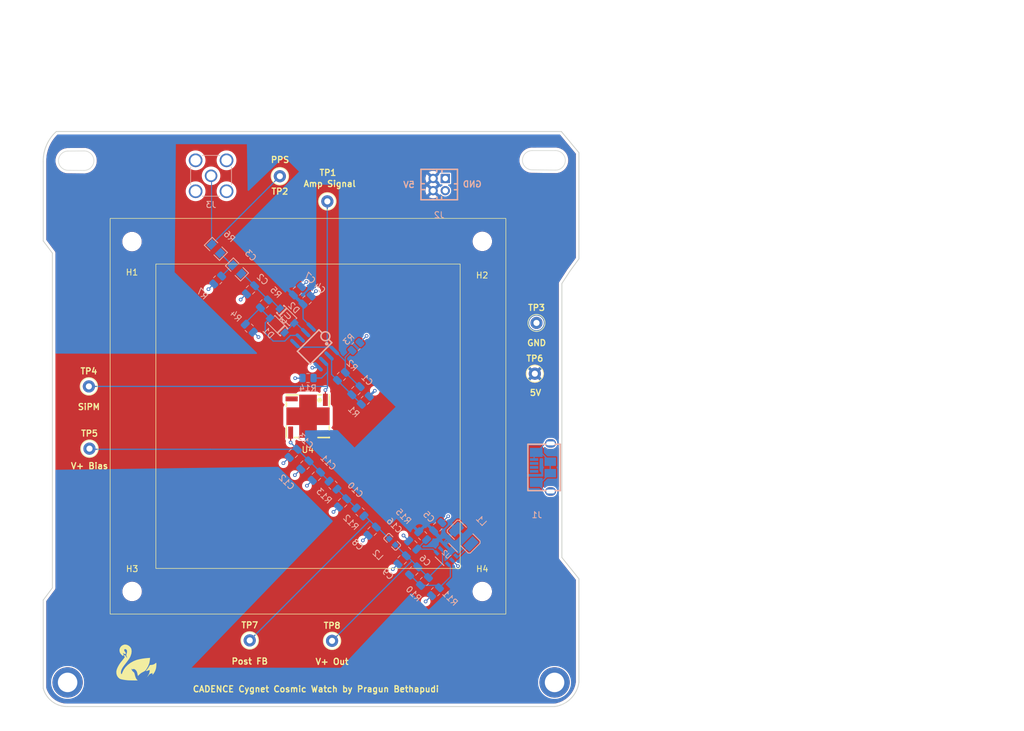
<source format=kicad_pcb>
(kicad_pcb (version 20241229) (generator "pcbnew") (generator_version "9.0")
  (layers (0 "F.Cu" signal) (4 "In1.Cu" signal) (6 "In2.Cu" signal) (2 "B.Cu" signal) (13 "F.Paste" user) (15 "B.Paste" user) (5 "F.SilkS" user "F.Silkscreen") (7 "B.SilkS" user "B.Silkscreen") (1 "F.Mask" user) (3 "B.Mask" user) (25 "Edge.Cuts" user))
  (net 0 "")
  (net 1 "Net-(U3A--)")
  (net 2 "Net-(U3B-+)")
  (net 3 "Net-(D2-K)")
  (net 4 "GND")
  (net 5 "Net-(C3-Pad2)")
  (net 6 "+5V")
  (net 7 "V_Out")
  (net 8 "FB")
  (net 9 "V_Bias")
  (net 10 "Net-(C10-Pad1)")
  (net 11 "Net-(U4-CATHODE)")
  (net 12 "Net-(U2-*SHDN)")
  (net 13 "Net-(D1-A)")
  (net 14 "Net-(D1-K)")
  (net 18 "Post Processed Signal")
  (net 19 "SiPM Signal")
  (net 20 "Net-(U2-SW)")
  (net 22 "SiPM GND")
  (net 23 "Chassis Ground")
  (footprint "TestPoint:TestPoint_Keystone_5000-5004_Miniature" (layer "F.Cu") (at 96.925 104.375)
    (property "Reference" "TP5")
    (property "Value" "V+ Bias")
  )
  (footprint "MountingHole:MountingHole_2.7mm_M2.5" (layer "F.Cu") (at 103.91 70.36)
    (property "Reference" "H1")
    (property "Value" "MountingHole_Pad")
  )
  (footprint "" (layer "F.Cu") (at 173.33 142.78)
    (property "Reference" "")
    (property "Value" "")
  )
  (footprint "MountingHole:MountingHole_2.7mm_M2.5" (layer "F.Cu") (at 161.45 127.84)
    (property "Reference" "H4")
    (property "Value" "MountingHole_Pad")
  )
  (footprint "" (layer "F.Cu") (at 93.33 142.78)
    (property "Reference" "")
    (property "Value" "")
  )
  (footprint "TestPoint:TestPoint_Keystone_5000-5004_Miniature" (layer "F.Cu") (at 128.2 59.62 180)
    (property "Reference" "TP2")
    (property "Value" "PPS")
  )
  (footprint "TestPoint:TestPoint_Keystone_5000-5004_Miniature" (layer "F.Cu") (at 136.775 135.95)
    (property "Reference" "TP8")
    (property "Value" "V+ Out")
  )
  (footprint "SiPM-MicroFC60035:OPTO-SMD_4P-MICROFC-60035-SMT-TR" (layer "F.Cu") (at 132.825 99.05 180)
    (property "Reference" "U4")
    (property "Value" "MICROFC-60035-SMT-TR")
  )
  (footprint "TestPoint:TestPoint_Keystone_5000-5004_Miniature" (layer "F.Cu") (at 170.36 83.72)
    (property "Reference" "TP3")
    (property "Value" "GND")
  )
  (footprint "MountingHole:MountingHole_2.7mm_M2.5" (layer "F.Cu") (at 103.93 127.83)
    (property "Reference" "H3")
    (property "Value" "MountingHole_Pad")
  )
  (footprint "TestPoint:TestPoint_Keystone_5000-5004_Miniature" (layer "F.Cu") (at 123.25 135.875)
    (property "Reference" "TP7")
    (property "Value" "Post FB")
  )
  (footprint "TestPoint:TestPoint_Keystone_5000-5004_Miniature" (layer "F.Cu") (at 136 63.75)
    (property "Reference" "TP1")
    (property "Value" "Amp Signal")
  )
  (footprint "TestPoint:TestPoint_Keystone_5000-5004_Miniature" (layer "F.Cu") (at 170.09 92.06)
    (property "Reference" "TP6")
    (property "Value" "5V")
  )
  (footprint "MountingHole:MountingHole_2.7mm_M2.5" (layer "F.Cu") (at 161.46 70.32)
    (property "Reference" "H2")
    (property "Value" "MountingHole_Pad")
  )
  (footprint "TestPoint:TestPoint_Keystone_5000-5004_Miniature" (layer "F.Cu") (at 96.825 94.15)
    (property "Reference" "TP4")
    (property "Value" "SiPM")
  )
  (footprint "LOGO" (layer "F.Cu") (at 104.61 139.51)
    (property "Reference" "G***" (hide yes))
    (property "Value" "LOGO" (hide yes))
  )
  (footprint "Capacitor_SMD:C_0805_2012Metric" (layer "B.Cu") (at 150.179765 124.459765 -135)
    (property "Reference" "C6")
    (property "Value" "22pF")
  )
  (footprint "lt1807:SOIC-8_L5.0-W4.0-P1.27-LS6.0-BL" (layer "B.Cu") (at 133.915 87.675 -135)
    (property "Reference" "U3")
    (property "Value" "LT1807")
  )
  (footprint "Capacitor_SMD:C_0805_2012Metric" (layer "B.Cu") (at 134.193249 108.916751 -135)
    (property "Reference" "C11")
    (property "Value" "10nF")
  )
  (footprint "OnSemi MBR0540:SOD-123_L2.8-W1.8-LS3.7-RD" (layer "B.Cu") (at 127.775 84.125 135)
    (property "Reference" "D1")
    (property "Value" "~")
  )
  (footprint "Capacitor_SMD:C_0805_2012Metric" (layer "B.Cu") (at 123.378775 78.278775 45)
    (property "Reference" "C2")
    (property "Value" "20nF")
  )
  (footprint "Resistor_SMD:R_0805_2012Metric" (layer "B.Cu") (at 117.984765 76.665235 45)
    (property "Reference" "R7")
    (property "Value" "24.9k")
  )
  (footprint "Resistor_SMD:R_0805_2012Metric" (layer "B.Cu") (at 132.8275 92.775 180)
    (property "Reference" "R14")
    (property "Value" "49.9")
  )
  (footprint "BLM18BD252SN1D:L0603" (layer "B.Cu") (at 146.663039 119.686541 -45)
    (property "Reference" "L2")
    (property "Value" "BLM18BD252SN1D")
  )
  (footprint "Capacitor_SMD:C_0805_2012Metric" (layer "B.Cu") (at 132.323249 107.066751 -135)
    (property "Reference" "C12")
    (property "Value" "10nF")
  )
  (footprint "Resistor_SMD:R_0805_2012Metric" (layer "B.Cu") (at 123.168775 84.578775 135)
    (property "Reference" "R4")
    (property "Value" "100k")
  )
  (footprint "Resistor_SMD:R_0805_2012Metric" (layer "B.Cu") (at 136.933249 110.376751 -45)
    (property "Reference" "R13")
    (property "Value" "49.9")
  )
  (footprint "LQH32CN470K23:L1210" (layer "B.Cu") (at 158.398228 118.828225 135)
    (property "Reference" "L1")
    (property "Value" "47uH")
  )
  (footprint "DF11-4DP-2DSA:CONN-TH_DF11-4DP-2DSA-08" (layer "B.Cu") (at 154.38 60.99)
    (property "Reference" "J2")
    (property "Value" "DF11")
  )
  (footprint "Capacitor_SMD:C_0805_2012Metric" (layer "B.Cu") (at 130.403249 105.146751 -135)
    (property "Reference" "C13")
    (property "Value" "10nF")
  )
  (footprint "Capacitor_SMD:C_0805_2012Metric" (layer "B.Cu") (at 150.033014 120.206516 135)
    (property "Reference" "C16")
    (property "Value" "47nF")
  )
  (footprint "Resistor_SMD:R_0805_2012Metric" (layer "B.Cu") (at 140.698775 87.598775 -135)
    (property "Reference" "R3")
    (property "Value" "10k")
  )
  (footprint "Resistor_SMD:R_0805_2012Metric" (layer "B.Cu") (at 142.23 96.43 45)
    (property "Reference" "R1")
    (property "Value" "249")
  )
  (footprint "Capacitor_SMD:C_0805_2012Metric" (layer "B.Cu") (at 131.088249 78.461751 45)
    (property "Reference" "C7")
    (property "Value" "0.1uF")
  )
  (footprint "Resistor_SMD:R_0805_2012Metric" (layer "B.Cu") (at 153.762779 127.876751 -135)
    (property "Reference" "R11")
    (property "Value" "10k")
  )
  (footprint "LOGO" (layer "B.Cu") (at 159.654533 138.50088 180)
    (property "Reference" "G***" (hide yes))
    (property "Value" "LOGO" (hide yes))
  )
  (footprint "Capacitor_SMD:C_0805_2012Metric" (layer "B.Cu") (at 148.283014 122.656516 -135)
    (property "Reference" "C9")
    (property "Value" "0.47uF")
  )
  (footprint "MOLEX MicroUSB:MICRO-USB-SMD_5P-P0.65-H-F_105164-0001" (layer "B.Cu") (at 171.32 107.46 180)
    (property "Reference" "J1")
    (property "Value" "USB_B_Micro")
  )
  (footprint "Capacitor_SMD:C_0805_2012Metric" (layer "B.Cu") (at 143.358014 117.931516 -135)
    (property "Reference" "C8")
    (property "Value" "1uF")
  )
  (footprint "OnSemi MBR0540:SOD-123_L2.8-W1.8-LS3.7-RD" (layer "B.Cu") (at 129.368775 82.548775 -45)
    (property "Reference" "D2")
    (property "Value" "~")
  )
  (footprint "Capacitor_SMD:C_0805_2012Metric" (layer "B.Cu") (at 154.136263 117.203267 45)
    (property "Reference" "C5")
    (property "Value" "1uF")
  )
  (footprint "Resistor_SMD:R_0805_2012Metric" (layer "B.Cu") (at 138.30354 92.49401 45)
    (property "Reference" "R2")
    (property "Value" "10k")
  )
  (footprint "Capacitor_SMD:C_0805_2012Metric" (layer "B.Cu") (at 138.501498 113.278502 -135)
    (property "Reference" "C10")
    (property "Value" "10nF")
  )
  (footprint "RC0805JR-070RL:R0805" (layer "B.Cu") (at 117.688 71.552 135)
    (property "Reference" "R6")
    (property "Value" "0")
  )
  (footprint "LT3461:TSOT-23_S6_LIT" (layer "B.Cu") (at 155.55031 121.755307 135)
    (property "Reference" "U2")
    (property "Value" "LT3461ES6-TRPBF")
  )
  (footprint "Connector_Coaxial:SMA_Amphenol_901-144_Vertical" (layer "B.Cu") (at 116.9 59.55)
    (property "Reference" "J3")
    (property "Value" "Conn_Coaxial")
  )
  (footprint "Resistor_SMD:R_0805_2012Metric" (layer "B.Cu") (at 141.371498 114.778502 -45)
    (property "Reference" "R12")
    (property "Value" "49.9")
  )
  (footprint "RC0805JR-070RL:R0805" (layer "B.Cu") (at 121.158775 74.928775 135)
    (property "Reference" "C3")
    (property "Value" "0")
  )
  (footprint "Resistor_SMD:R_0805_2012Metric" (layer "B.Cu") (at 151.953249 126.186281 -135)
    (property "Reference" "R10")
    (property "Value" "226k")
  )
  (footprint "Capacitor_SMD:C_0805_2012Metric" (layer "B.Cu") (at 140.698775 94.848775 45)
    (property "Reference" "C1")
    (property "Value" "10pF")
  )
  (footprint "Resistor_SMD:R_0805_2012Metric" (layer "B.Cu") (at 151.658014 118.681516 135)
    (property "Reference" "R15")
    (property "Value" "47k")
  )
  (footprint "Capacitor_SMD:C_0805_2012Metric" (layer "B.Cu") (at 132.666498 79.958502 45)
    (property "Reference" "C4")
    (property "Value" "10uF")
  )
  (footprint "Resistor_SMD:R_0805_2012Metric" (layer "B.Cu") (at 125.648775 80.588775 45)
    (property "Reference" "R5")
    (property "Value" "100k")
  )
  (gr_rect (start 107.825 74.05) (end 157.825 124.05) (stroke (width 0.1)) (fill no) (layer "F.SilkS"))
  (gr_rect (start 100.325 66.55) (end 165.325 131.55) (stroke (width 0.1)) (fill no) (layer "F.SilkS"))
  (gr_line (start 93.329739 55.490806) (end 96.029962 55.465022) (stroke (width 0.1)) (layer "Edge.Cuts"))
  (gr_line (start 174.53 122.25) (end 174.53 77.25) (stroke (width 0.15)) (layer "Edge.Cuts"))
  (gr_arc (start 96.029962 55.465022) (mid 97.629958 57.065022) (end 96.029962 58.665022) (stroke (width 0.1)) (layer "Edge.Cuts"))
  (gr_arc (start 173.479962 55.415022) (mid 175.079958 57.015022) (end 173.479962 58.615022) (stroke (width 0.1)) (layer "Edge.Cuts"))
  (gr_arc (start 93.279764 58.640013) (mid 91.835554 57.042095) (end 93.329739 55.490806) (stroke (width 0.1)) (layer "Edge.Cuts"))
  (gr_line (start 89.33 129.25) (end 89.33 143.75) (stroke (width 0.15)) (layer "Edge.Cuts"))
  (gr_line (start 177.33 125.75) (end 174.53 122.25) (stroke (width 0.15)) (layer "Edge.Cuts"))
  (gr_arc (start 89.33 57.25) (mid 89.864893 54.520086) (end 91.49352 52.264845) (stroke (width 0.15)) (layer "Edge.Cuts"))
  (gr_line (start 175.83 75.25) (end 177.33 73.194322) (stroke (width 0.15)) (layer "Edge.Cuts"))
  (gr_arc (start 93.33 146.75) (mid 90.817625 145.933181) (end 89.33 143.75) (stroke (width 0.15)) (layer "Edge.Cuts"))
  (gr_line (start 177.33 73.194322) (end 177.33 55.75) (stroke (width 0.15)) (layer "Edge.Cuts"))
  (gr_line (start 173.479962 55.415022) (end 169.679937 55.415815) (stroke (width 0.1)) (layer "Edge.Cuts"))
  (gr_arc (start 177.33 142.75) (mid 176.006406 145.426406) (end 173.33 146.75) (stroke (width 0.15)) (layer "Edge.Cuts"))
  (gr_line (start 90.83 72.25) (end 89.33 70.25) (stroke (width 0.15)) (layer "Edge.Cuts"))
  (gr_line (start 89.33 129.25) (end 90.83 127.25) (stroke (width 0.15)) (layer "Edge.Cuts"))
  (gr_line (start 173.33 146.75) (end 93.33 146.75) (stroke (width 0.15)) (layer "Edge.Cuts"))
  (gr_line (start 91.49352 52.264845) (end 174.428162 52.264845) (stroke (width 0.15)) (layer "Edge.Cuts"))
  (gr_line (start 169.629962 58.565022) (end 173.479962 58.615022) (stroke (width 0.1)) (layer "Edge.Cuts"))
  (gr_line (start 177.33 142.749996) (end 177.33 125.75) (stroke (width 0.15)) (layer "Edge.Cuts"))
  (gr_line (start 174.53 77.25) (end 175.83 75.25) (stroke (width 0.15)) (layer "Edge.Cuts"))
  (gr_line (start 93.279764 58.640013) (end 96.029962 58.665022) (stroke (width 0.1)) (layer "Edge.Cuts"))
  (gr_arc (start 169.629962 58.565022) (mid 168.055156 56.965031) (end 169.679937 55.415815) (stroke (width 0.1)) (layer "Edge.Cuts"))
  (gr_line (start 89.33 57.25) (end 89.33 70.25) (stroke (width 0.15)) (layer "Edge.Cuts"))
  (gr_line (start 90.83 127.25) (end 90.83 72.25) (stroke (width 0.15)) (layer "Edge.Cuts"))
  (gr_line (start 174.436897 52.264845) (end 177.33 55.75) (stroke (width 0.15)) (layer "Edge.Cuts"))
  (gr_text "PPS" (at 128.23 56.92 0) (layer "F.SilkS") (effects (font (size 1 1) (thickness 0.2) (bold yes))))
  (gr_text "CADENCE Cygnet Cosmic Watch by Pragun Bethapudi" (at 113.8 144.46 0) (layer "F.SilkS") (effects (font (size 1 1) (thickness 0.2) (bold yes)) (justify left bottom)))
  (gr_text "Amp Signal" (at 132 61.45 0) (layer "F.SilkS") (effects (font (size 1 1) (thickness 0.2) (bold yes)) (justify left bottom)))
  (gr_text "5V" (at 170.2 95.19 0) (layer "F.SilkS") (effects (font (size 1 1) (thickness 0.2) (bold yes))))
  (gr_text "GND" (at 161.46 61.52 0) (layer "B.SilkS") (effects (font (size 1 1) (thickness 0.2) (bold yes)) (justify left bottom mirror)))
  (gr_text "5V" (at 150.44 61.6 0) (layer "B.SilkS") (effects (font (size 1 1) (thickness 0.2) (bold yes)) (justify left bottom mirror)))
  (segment (start 136.698775 92.179715) (end 136.698775 89.56782) (width 0.2) (layer "B.Cu") (net 1))
  (segment (start 140.030056 95.520526) (end 140.027024 95.520526) (width 0.2) (layer "B.Cu") (net 1))
  (segment (start 137.658305 93.139245) (end 136.698775 92.179715) (width 0.2) (layer "B.Cu") (net 1))
  (segment (start 141.584765 97.075235) (end 140.030056 95.520526) (width 0.2) (layer "B.Cu") (net 1))
  (segment (start 137.658305 93.151807) (end 137.658305 93.139245) (width 0.2) (layer "B.Cu") (net 1))
  (segment (start 136.698775 89.56782) (end 136.276737 89.145782) (width 0.2) (layer "B.Cu") (net 1))
  (segment (start 140.027024 95.520526) (end 137.658305 93.151807) (width 0.2) (layer "B.Cu") (net 1))
  (segment (start 131.252994 87.7) (end 130.655238 87.102244) (width 0.2) (layer "B.Cu") (net 2))
  (segment (start 135.99 63.76) (end 136 63.75) (width 0.2) (layer "B.Cu") (net 2))
  (segment (start 137.181833 88.240685) (end 136.641148 87.7) (width 0.2) (layer "B.Cu") (net 2))
  (segment (start 138.948775 90.007627) (end 138.948775 91.848775) (width 0.2) (layer "B.Cu") (net 2))
  (segment (start 141.277024 94.177024) (end 141.370526 94.177024) (width 0.2) (layer "B.Cu") (net 2))
  (segment (start 137.181833 88.240685) (end 135.99 87.048852) (width 0.2) (layer "B.Cu") (net 2))
  (segment (start 136.641148 87.7) (end 131.252994 87.7) (width 0.2) (layer "B.Cu") (net 2))
  (segment (start 137.181833 88.240685) (end 138.948775 90.007627) (width 0.2) (layer "B.Cu") (net 2))
  (segment (start 138.948775 91.848775) (end 141.277024 94.177024) (width 0.2) (layer "B.Cu") (net 2))
  (segment (start 135.99 87.048852) (end 135.99 63.76) (width 0.2) (layer "B.Cu") (net 2))
  (segment (start 138.948775 89.348775) (end 140.05354 88.24401) (width 0.2) (layer "B.Cu") (net 2))
  (segment (start 138.948775 90.007627) (end 138.948775 89.348775) (width 0.2) (layer "B.Cu") (net 2))
  (segment (start 126.29401 79.94354) (end 124.050526 77.700056) (width 0.2) (layer "B.Cu") (net 3))
  (segment (start 124.050526 77.607024) (end 122.079384 75.635882) (width 0.2) (layer "B.Cu") (net 3))
  (segment (start 128.173765 81.353765) (end 126.76354 79.94354) (width 0.2) (layer "B.Cu") (net 3))
  (segment (start 126.76354 79.94354) (end 126.29401 79.94354) (width 0.2) (layer "B.Cu") (net 3))
  (segment (start 124.050526 77.700056) (end 124.050526 77.607024) (width 0.2) (layer "B.Cu") (net 3))
  (via (at 130.665 108.725) (size 0.6) (drill 0.3) (layers "F.Cu" "B.Cu") (net 4))
  (via (at 121.758775 79.888775) (size 0.6) (drill 0.3) (layers "F.Cu" "B.Cu") (net 4))
  (via (at 148.512779 118.636281) (size 0.6) (drill 0.3) (layers "F.Cu" "B.Cu") (net 4))
  (via (at 132.65 110.46) (size 0.6) (drill 0.3) (layers "F.Cu" "B.Cu") (net 4))
  (via (at 143.8 94.86) (size 0.6) (drill 0.3) (layers "F.Cu" "B.Cu") (net 4))
  (via (at 128.78 106.76) (size 0.6) (drill 0.3) (layers "F.Cu" "B.Cu") (net 4))
  (via (at 157.47 123.67) (size 0.6) (drill 0.3) (layers "F.Cu" "B.Cu") (net 4))
  (via (at 142.448775 85.848775) (size 0.6) (drill 0.3) (layers "F.Cu" "B.Cu") (net 4))
  (via (at 134.13 78.49) (size 0.6) (drill 0.3) (layers "F.Cu" "B.Cu") (net 4))
  (via (at 116.47 78.18) (size 0.6) (drill 0.3) (layers "F.Cu" "B.Cu") (net 4))
  (via (at 141.833014 119.456516) (size 0.6) (drill 0.3) (layers "F.Cu" "B.Cu") (net 4))
  (via (at 124.688775 86.038775) (size 0.6) (drill 0.3) (layers "F.Cu" "B.Cu") (net 4))
  (via (at 155.86 115.48) (size 0.6) (drill 0.3) (layers "F.Cu" "B.Cu") (net 4))
  (via (at 152.15 129.48) (size 0.6) (drill 0.3) (layers "F.Cu" "B.Cu") (net 4))
  (via (at 146.759765 124.179765) (size 0.6) (drill 0.3) (layers "F.Cu" "B.Cu") (net 4))
  (via (at 132.56 76.99) (size 0.6) (drill 0.3) (layers "F.Cu" "B.Cu") (net 4))
  (via (at 130.715 92.8) (size 0.6) (drill 0.3) (layers "F.Cu" "B.Cu") (net 4))
  (via (at 133.54 91.075) (size 0.6) (drill 0.3) (layers "F.Cu" "B.Cu") (net 4))
  (via (at 137.01 114.77) (size 0.6) (drill 0.3) (layers "F.Cu" "B.Cu") (net 4))
  (segment (start 171.81 111.41) (end 170.32 109.92) (width 0.2) (layer "B.Cu") (net 4))
  (segment (start 122.707024 78.950526) (end 122.697024 78.950526) (width 0.2) (layer "B.Cu") (net 4))
  (segment (start 129.731498 105.818502) (end 129.721498 105.818502) (width 0.2) (layer "B.Cu") (net 4))
  (segment (start 156.484764 122.684764) (end 157.47 123.67) (width 0.2) (layer "B.Cu") (net 4))
  (segment (start 131.651498 107.738502) (end 130.665 108.725) (width 0.2) (layer "B.Cu") (net 4))
  (segment (start 133.521498 109.588502) (end 133.511498 109.588502) (width 0.2) (layer "B.Cu") (net 4))
  (segment (start 137.829747 113.950253) (end 137.01 114.77) (width 0.2) (layer "B.Cu") (net 4))
  (segment (start 154.808014 116.531516) (end 154.814512 116.531516) (width 0.2) (layer "B.Cu") (net 4))
  (segment (start 154.808014 116.531516) (end 154.808484 116.531516) (width 0.2) (layer "B.Cu") (net 4))
  (segment (start 156.479767 122.684764) (end 156.486262 122.684764) (width 0.2) (layer "B.Cu") (net 4))
  (segment (start 129.721498 105.818502) (end 128.78 106.76) (width 0.2) (layer "B.Cu") (net 4))
  (segment (start 169.97 106.16) (end 169.97 105.35) (width 0.2) (layer "B.Cu") (net 4))
  (segment (start 148.512779 118.636281) (end 149.361263 119.484765) (width 0.2) (layer "B.Cu") (net 4))
  (segment (start 133.521498 109.588502) (end 132.65 110.46) (width 0.2) (layer "B.Cu") (net 4))
  (segment (start 172.62 108.4) (end 171.1 109.92) (width 0.2) (layer "B.Cu") (net 4))
  (segment (start 133.338249 79.281751) (end 134.13 78.49) (width 0.2) (layer "B.Cu") (net 4))
  (segment (start 149.361263 119.484765) (end 149.361263 119.534765) (width 0.2) (layer "B.Cu") (net 4))
  (segment (start 172.67 103.51) (end 171.81 103.51) (width 0.2) (layer "B.Cu") (net 4))
  (segment (start 131.89 92.8) (end 131.915 92.775) (width 0.2) (layer "B.Cu") (net 4))
  (segment (start 171.81 103.51) (end 170.32 105) (width 0.2) (layer "B.Cu") (net 4))
  (segment (start 169.97 105.35) (end 170.32 105) (width 0.2) (layer "B.Cu") (net 4))
  (segment (start 172.67 111.41) (end 171.81 111.41) (width 0.2) (layer "B.Cu") (net 4))
  (segment (start 147.611263 123.328267) (end 146.759765 124.179765) (width 0.2) (layer "B.Cu") (net 4))
  (segment (start 171.1 109.92) (end 170.32 109.92) (width 0.2) (layer "B.Cu") (net 4))
  (segment (start 134.347518 91.075) (end 134.487756 90.934762) (width 0.2) (layer "B.Cu") (net 4))
  (segment (start 123.81401 85.22401) (end 123.87401 85.22401) (width 0.2) (layer "B.Cu") (net 4))
  (segment (start 154.808484 116.531516) (end 155.86 115.48) (width 0.2) (layer "B.Cu") (net 4))
  (segment (start 130.715 92.8) (end 131.89 92.8) (width 0.2) (layer "B.Cu") (net 4))
  (segment (start 123.87401 85.22401) (end 124.688775 86.038775) (width 0.2) (layer "B.Cu") (net 4))
  (segment (start 133.338249 79.286751) (end 133.338249 79.281751) (width 0.2) (layer "B.Cu") (net 4))
  (segment (start 172.62 106.52) (end 172.62 108.4) (width 0.2) (layer "B.Cu") (net 4))
  (segment (start 142.875235 95.784765) (end 143.8 94.86) (width 0.4) (layer "B.Cu") (net 4))
  (segment (start 132.028249 77.778249) (end 131.946751 77.778249) (width 0.2) (layer "B.Cu") (net 4))
  (segment (start 156.479767 122.684764) (end 156.484764 122.684764) (width 0.2) (layer "B.Cu") (net 4))
  (segment (start 153.108014 128.521986) (end 152.15 129.48) (width 0.2) (layer "B.Cu") (net 4))
  (segment (start 172.62 106.52) (end 171.1 105) (width 0.2) (layer "B.Cu") (net 4))
  (segment (start 117.33953 77.31047) (end 116.47 78.18) (width 0.2) (layer "B.Cu") (net 4))
  (segment (start 171.1 105) (end 170.32 105) (width 0.2) (layer "B.Cu") (net 4))
  (segment (start 122.697024 78.950526) (end 121.758775 79.888775) (width 0.2) (layer "B.Cu") (net 4))
  (segment (start 141.34401 86.95354) (end 142.448775 85.848775) (width 0.2) (layer "B.Cu") (net 4))
  (segment (start 142.686263 118.603267) (end 141.833014 119.456516) (width 0.2) (layer "B.Cu") (net 4))
  (segment (start 133.54 91.075) (end 134.347518 91.075) (width 0.2) (layer "B.Cu") (net 4))
  (segment (start 131.76 77.79) (end 132.56 76.99) (width 0.2) (layer "B.Cu") (net 4))
  (segment (start 130.665 108.725) (end 130.66 108.73) (width 0.2) (layer "B.Cu") (net 4))
  (segment (start 146.759765 124.179765) (end 146.758014 124.181516) (width 0.2) (layer "B.Cu") (net 4))
  (segment (start 153.117544 128.521986) (end 153.108014 128.521986) (width 0.2) (layer "B.Cu") (net 4))
  (segment (start 118.395107 72.259107) (end 120.357668 74.221668) (width 0.2) (layer "B.Cu") (net 5))
  (segment (start 120.357668 74.221668) (end 120.451668 74.221668) (width 0.2) (layer "B.Cu") (net 5))
  (segment (start 120.451668 74.221668) (end 118.653336 76.02) (width 0.2) (layer "B.Cu") (net 5))
  (segment (start 118.653336 76.02) (end 118.63 76.02) (width 0.2) (layer "B.Cu") (net 5))
  (segment (start 155.292606 119.529683) (end 155.292606 120.154098) (width 0.2) (layer "B.Cu") (net 6))
  (segment (start 133.349315 84.384315) (end 133.349315 84.408167) (width 0.2) (layer "B.Cu") (net 6))
  (segment (start 151.012779 118.036281) (end 150.183014 117.206516) (width 0.2) (layer "B.Cu") (net 6))
  (segment (start 132.015 80.650506) (end 131.994747 80.630253) (width 0.2) (layer "B.Cu") (net 6))
  (segment (start 157.196146 117.626143) (end 155.292606 119.529683) (width 0.2) (layer "B.Cu") (net 6))
  (segment (start 130.603249 79.121751) (end 130.603249 79.126751) (width 0.2) (layer "B.Cu") (net 6))
  (segment (start 153.464512 118.326004) (end 153.464512 117.875018) (width 0.2) (layer "B.Cu") (net 6))
  (segment (start 155.292603 120.154098) (end 155.292606 120.154098) (width 0.2) (layer "B.Cu") (net 6))
  (segment (start 131.994747 80.630253) (end 130.497996 79.133502) (width 0.2) (layer "B.Cu") (net 6))
  (segment (start 130.603249 79.121751) (end 130.598249 79.121751) (width 0.2) (layer "B.Cu") (net 6))
  (segment (start 130.684747 79.121751) (end 130.603249 79.121751) (width 0.2) (layer "B.Cu") (net 6))
  (segment (start 155.292606 120.154098) (end 153.464512 118.326004) (width 0.2) (layer "B.Cu") (net 6))
  (segment (start 132.015 83.05) (end 133.349315 84.384315) (width 0.2) (layer "B.Cu") (net 6))
  (segment (start 132.015 83.05) (end 132.015 80.650506) (width 0.2) (layer "B.Cu") (net 6))
  (segment (start 130.497996 79.133502) (end 130.416498 79.133502) (width 0.2) (layer "B.Cu") (net 6))
  (segment (start 154.930672 123.208858) (end 152.598484 125.541046) (width 0.2) (layer "B.Cu") (net 7))
  (segment (start 149.944251 122.880749) (end 149.048267 121.984765) (width 0.2) (layer "B.Cu") (net 7))
  (segment (start 136.775 135.95) (end 149.844251 122.880749) (width 0.2) (layer "B.Cu") (net 7))
  (segment (start 149.844251 122.880749) (end 149.944251 122.880749) (width 0.2) (layer "B.Cu") (net 7))
  (segment (start 150.851516 123.788014) (end 149.944251 122.880749) (width 0.2) (layer "B.Cu") (net 7))
  (segment (start 149.048267 121.984765) (end 148.954765 121.984765) (width 0.2) (layer "B.Cu") (net 7))
  (segment (start 154.620853 120.82585) (end 154.930672 121.135669) (width 0.2) (layer "B.Cu") (net 7))
  (segment (start 148.954765 121.984765) (end 148.954765 121.978267) (width 0.2) (layer "B.Cu") (net 7))
  (segment (start 150.851516 123.788014) (end 152.598484 125.534982) (width 0.2) (layer "B.Cu") (net 7))
  (segment (start 148.954765 121.978267) (end 147.974101 120.997603) (width 0.2) (layer "B.Cu") (net 7))
  (segment (start 147.974101 120.997603) (end 147.158014 120.181516) (width 0.2) (layer "B.Cu") (net 7))
  (segment (start 154.930672 121.135669) (end 154.930672 123.208858) (width 0.2) (layer "B.Cu") (net 7))
  (segment (start 155.808014 123.356516) (end 156.208014 123.756516) (width 0.2) (layer "B.Cu") (net 8))
  (segment (start 156.208014 123.756516) (end 156.208014 125.431516) (width 0.2) (layer "B.Cu") (net 8))
  (segment (start 151.308014 126.831516) (end 149.608014 125.131516) (width 0.2) (layer "B.Cu") (net 8))
  (segment (start 156.208014 125.431516) (end 154.408014 127.231516) (width 0.2) (layer "B.Cu") (net 8))
  (segment (start 151.308014 126.831516) (end 154.008014 126.831516) (width 0.2) (layer "B.Cu") (net 8))
  (segment (start 142.193737 115.423737) (end 142.016733 115.423737) (width 0.2) (layer "B.Cu") (net 9))
  (segment (start 142.9725 116.2025) (end 142.193737 115.423737) (width 0.2) (layer "B.Cu") (net 9))
  (segment (start 144.236263 117.259765) (end 144.029765 117.259765) (width 0.2) (layer "B.Cu") (net 9))
  (segment (start 144.029765 117.259765) (end 144.029765 117.253267) (width 0.2) (layer "B.Cu") (net 9))
  (segment (start 144.029765 117.259765) (end 142.9725 116.2025) (width 0.2) (layer "B.Cu") (net 9))
  (segment (start 123.25 135.875) (end 142.9225 116.2025) (width 0.2) (layer "B.Cu") (net 9))
  (segment (start 146.168064 119.191566) (end 144.236263 117.259765) (width 0.2) (layer "B.Cu") (net 9))
  (segment (start 142.9225 116.2025) (end 142.9725 116.2025) (width 0.2) (layer "B.Cu") (net 9))
  (segment (start 139.173249 112.606751) (end 137.588484 111.021986) (width 0.2) (layer "B.Cu") (net 10))
  (segment (start 139.199747 112.606751) (end 139.173249 112.606751) (width 0.2) (layer "B.Cu") (net 10))
  (segment (start 137.588484 111.021986) (end 137.578484 111.021986) (width 0.2) (layer "B.Cu") (net 10))
  (segment (start 140.726263 114.133267) (end 139.199747 112.606751) (width 0.2) (layer "B.Cu") (net 10))
  (segment (start 129.965 101.75) (end 129.975 101.74) (width 0.2) (layer "F.Cu") (net 11))
  (segment (start 129.965 103.365) (end 129.965 101.75) (width 0.2) (layer "F.Cu") (net 11))
  (via (at 129.965 103.365) (size 0.6) (drill 0.3) (layers "F.Cu" "B.Cu") (net 11))
  (segment (start 131.075 104.475) (end 131.075 104.473502) (width 0.2) (layer "B.Cu") (net 11))
  (segment (start 132.995 106.395) (end 131.075 104.475) (width 0.2) (layer "B.Cu") (net 11))
  (segment (start 134.865 108.245) (end 133.015 106.395) (width 0.2) (layer "B.Cu") (net 11))
  (segment (start 116.75 104.475) (end 97.025 104.475) (width 0.2) (layer "B.Cu") (net 11))
  (segment (start 131.075 104.475) (end 116.75 104.475) (width 0.2) (layer "B.Cu") (net 11))
  (segment (start 134.865 108.308502) (end 134.865 108.245) (width 0.2) (layer "B.Cu") (net 11))
  (segment (start 131.075 104.475) (end 129.965 103.365) (width 0.2) (layer "B.Cu") (net 11))
  (segment (start 97.025 104.475) (end 96.925 104.375) (width 0.2) (layer "B.Cu") (net 11))
  (segment (start 136.288014 109.731516) (end 134.865 108.308502) (width 0.2) (layer "B.Cu") (net 11))
  (segment (start 133.015 106.395) (end 132.995 106.395) (width 0.2) (layer "B.Cu") (net 11))
  (segment (start 152.256281 119.326751) (end 152.303249 119.326751) (width 0.2) (layer "B.Cu") (net 12))
  (segment (start 153.949101 121.497603) (end 153.329765 120.878267) (width 0.2) (layer "B.Cu") (net 12))
  (segment (start 150.704765 120.878267) (end 151.504765 120.078267) (width 0.2) (layer "B.Cu") (net 12))
  (segment (start 153.329765 120.878267) (end 150.704765 120.878267) (width 0.2) (layer "B.Cu") (net 12))
  (segment (start 151.504765 120.078267) (end 152.256281 119.326751) (width 0.2) (layer "B.Cu") (net 12))
  (segment (start 127.1 86.7) (end 125.8 85.4) (width 0.2) (layer "B.Cu") (net 13))
  (segment (start 131.124045 85.775) (end 129.94 85.775) (width 0.2) (layer "B.Cu") (net 13))
  (segment (start 125.00354 81.35354) (end 125.00354 81.23401) (width 0.2) (layer "B.Cu") (net 13))
  (segment (start 125.8 83.70998) (end 126.57999 82.92999) (width 0.2) (layer "B.Cu") (net 13))
  (segment (start 122.52354 83.71401) (end 122.52354 83.93354) (width 0.2) (layer "B.Cu") (net 13))
  (segment (start 131.553263 86.204218) (end 131.124045 85.775) (width 0.2) (layer "B.Cu") (net 13))
  (segment (start 129.94 85.775) (end 129.015 86.7) (width 0.2) (layer "B.Cu") (net 13))
  (segment (start 129.015 86.7) (end 127.1 86.7) (width 0.2) (layer "B.Cu") (net 13))
  (segment (start 126.57999 82.92999) (end 125.00354 81.35354) (width 0.2) (layer "B.Cu") (net 13))
  (segment (start 125.00354 81.23401) (end 122.52354 83.71401) (width 0.2) (layer "B.Cu") (net 13))
  (segment (start 125.8 85.4) (end 125.8 83.70998) (width 0.2) (layer "B.Cu") (net 13))
  (segment (start 130.858785 83.743785) (end 132.428263 85.313263) (width 0.2) (layer "B.Cu") (net 14))
  (segment (start 130.563785 83.743785) (end 130.858785 83.743785) (width 0.2) (layer "B.Cu") (net 14))
  (segment (start 128.97001 85.32001) (end 130.546235 83.743785) (width 0.2) (layer "B.Cu") (net 14))
  (segment (start 130.563785 83.743785) (end 130.563785 83.773785) (width 0.2) (layer "B.Cu") (net 14))
  (segment (start 132.428263 85.313263) (end 132.444218 85.313263) (width 0.2) (layer "B.Cu") (net 14))
  (segment (start 130.546235 83.743785) (end 130.563785 83.743785) (width 0.2) (layer "B.Cu") (net 14))
  (segment (start 116.980893 70.844893) (end 128.2 59.625786) (width 0.2) (layer "B.Cu") (net 18))
  (segment (start 116.980893 59.630893) (end 116.9 59.55) (width 0.2) (layer "B.Cu") (net 18))
  (segment (start 116.980893 70.844893) (end 116.980893 59.630893) (width 0.1565) (layer "B.Cu") (net 18))
  (segment (start 128.2 59.625786) (end 128.2 59.62) (width 0.2) (layer "B.Cu") (net 18))
  (segment (start 135.681658 94.746658) (end 135.681658 96.353342) (width 0.2) (layer "F.Cu") (net 19))
  (segment (start 135.681658 96.353342) (end 135.675 96.36) (width 0.2) (layer "F.Cu") (net 19))
  (via (at 135.681658 94.746658) (size 0.6) (drill 0.3) (layers "F.Cu" "B.Cu") (net 19))
  (segment (start 136.028775 94.1) (end 135.978775 94.15) (width 0.2) (layer "B.Cu") (net 19))
  (segment (start 135.053775 92.775) (end 136.028775 91.8) (width 0.2) (layer "B.Cu") (net 19))
  (segment (start 136.028775 94.1) (end 136.028775 94.399541) (width 0.2) (layer "B.Cu") (net 19))
  (segment (start 135.385782 90.036737) (end 136.028775 90.67973) (width 0.2) (layer "B.Cu") (net 19))
  (segment (start 133.74 92.775) (end 135.053775 92.775) (width 0.2) (layer "B.Cu") (net 19))
  (segment (start 136.028775 90.67973) (end 136.028775 91.8) (width 0.2) (layer "B.Cu") (net 19))
  (segment (start 135.978775 94.15) (end 96.825 94.15) (width 0.2) (layer "B.Cu") (net 19))
  (segment (start 136.028775 91.598775) (end 136.028775 91.8) (width 0.2) (layer "B.Cu") (net 19))
  (segment (start 136.028775 94.399541) (end 135.681658 94.746658) (width 0.2) (layer "B.Cu") (net 19))
  (segment (start 136.028775 91.8) (end 136.028775 94.1) (width 0.2) (layer "B.Cu") (net 19))
  (segment (start 157.617606 122.013011) (end 157.151519 122.013011) (width 0.2) (layer "B.Cu") (net 20))
  (segment (start 159.60031 120.030307) (end 157.617606 122.013011) (width 0.2) (layer "B.Cu") (net 20))
  (zone (net 22) (net_name "SiPM GND") (layer "F.Cu") (priority 3) (connect_pads (clearance 0.5)) (min_thickness 0.25) (fill yes (thermal_gap 0.5) (thermal_bridge_width 0.5))
    (polygon (pts (xy 86.58 50.96) (xy 179.91 50.61) (xy 180.14 148.68) (xy 86.46 147.87)))
  )
  (zone (net 0) (net_name "") (layer "B.Cu") (name "GND") (connect_pads (clearance 0)) (min_thickness 0.25)
    (keepout (tracks allowed) (vias allowed) (pads allowed) (copperpour not_allowed) (footprints allowed))
    (fill (thermal_gap 0.5) (thermal_bridge_width 0.5))
    (polygon (pts (xy 169.1 103.84) (xy 170.88 103.85) (xy 170.85 108.41) (xy 168.96 108.36)))
  )
  (zone (net 0) (net_name "") (layer "B.Cu") (name "GND") (connect_pads (clearance 0)) (min_thickness 0.25)
    (keepout (tracks allowed) (vias allowed) (pads allowed) (copperpour not_allowed) (footprints allowed))
    (fill (thermal_gap 0.5) (thermal_bridge_width 0.5))
    (polygon (pts (xy 156.204523 127.424248) (xy 150.906545 122.185797) (xy 147.322959 125.682449) (xy 152.641885 130.822753)))
  )
  (zone (net 0) (net_name "") (layer "B.Cu") (name "GND") (connect_pads (clearance 0)) (min_thickness 0.25)
    (keepout (tracks allowed) (vias allowed) (pads allowed) (copperpour not_allowed) (footprints allowed))
    (fill (thermal_gap 0.5) (thermal_bridge_width 0.5))
    (polygon (pts (xy 136.31 87.71) (xy 136.69 87.35) (xy 133.77 84.54) (xy 133.21 85.17) (xy 133.55 85.53) (xy 133.2 86.6) (xy 135.42 86.84) (xy 136.31 87.7) (xy 136.33 87.71)))
  )
  (zone (net 0) (net_name "") (layer "B.Cu") (connect_pads (clearance 0)) (min_thickness 0.25)
    (keepout (tracks allowed) (vias allowed) (pads allowed) (copperpour not_allowed) (footprints allowed))
    (fill (thermal_gap 0.5) (thermal_bridge_width 0.5))
    (polygon (pts (xy 117.643897 67.247668) (xy 128.891188 56.435627) (xy 131.34573 58.868824) (xy 120.34862 69.960506)))
  )
  (zone (net 0) (net_name "") (layer "B.Cu") (name "GND") (connect_pads (clearance 0)) (min_thickness 0.25)
    (keepout (tracks not_allowed) (vias not_allowed) (pads not_allowed) (copperpour not_allowed) (footprints allowed))
    (fill (thermal_gap 0.5) (thermal_bridge_width 0.5))
    (polygon (pts (xy 125.26 79.71) (xy 124.24 78.66) (xy 123.86 78.79) (xy 122.94 79.96) (xy 122.75 80.15) (xy 123.81 81.33) (xy 125.26 79.7)))
  )
  (zone (net 0) (net_name "") (layer "B.Cu") (name "GND") (connect_pads (clearance 0)) (min_thickness 0.25)
    (keepout (tracks allowed) (vias allowed) (pads allowed) (copperpour not_allowed) (footprints allowed))
    (fill (thermal_gap 0.5) (thermal_bridge_width 0.5))
    (polygon (pts (xy 133.77 84.54) (xy 133.21 84.5) (xy 132.87 84.86) (xy 133.21 85.2) (xy 133.21 85.17)))
  )
  (zone (net 0) (net_name "") (layer "B.Cu") (name "GND") (connect_pads (clearance 0)) (min_thickness 0.25)
    (keepout (tracks allowed) (vias allowed) (pads allowed) (copperpour not_allowed) (footprints allowed))
    (fill (thermal_gap 0.5) (thermal_bridge_width 0.5))
    (polygon (pts (xy 149.76 118.27) (xy 147.37 115.89) (xy 145.52 117.75) (xy 147.9 120.03) (xy 149.76 118.25)))
  )
  (zone (net 0) (net_name "") (layer "B.Cu") (name "GND") (connect_pads (clearance 0)) (min_thickness 0.25)
    (keepout (tracks allowed) (vias allowed) (pads allowed) (copperpour not_allowed) (footprints allowed))
    (fill (thermal_gap 0.5) (thermal_bridge_width 0.5))
    (polygon (pts (xy 149.77 128.09) (xy 138.21 140.37) (xy 113.708643 140.355498) (xy 136.917545 116.31043) (xy 140.950937 120.258931) (xy 143.0725 120.2425) (xy 146.39 123.43) (xy 149.8 128.07)))
  )
  (zone (net 0) (net_name "") (layer "B.Cu") (name "GND") (connect_pads (clearance 0)) (min_thickness 0.25)
    (keepout (tracks not_allowed) (vias not_allowed) (pads not_allowed) (copperpour not_allowed) (footprints allowed))
    (fill (thermal_gap 0.5) (thermal_bridge_width 0.5))
    (polygon (pts (xy 131.74 83.38) (xy 131.93 83.17) (xy 128.57 80) (xy 128.18 80.4) (xy 129.03 81.2) (xy 128.17 82.58) (xy 129.31 83.69) (xy 130.63 82.77) (xy 131.64 83.49) (xy 131.81 83.3)))
  )
  (zone (net 0) (net_name "") (layer "B.Cu") (name "GND") (connect_pads (clearance 0)) (min_thickness 0.25)
    (keepout (tracks allowed) (vias allowed) (pads allowed) (copperpour not_allowed) (footprints allowed))
    (fill (thermal_gap 0.5) (thermal_bridge_width 0.5))
    (polygon (pts (xy 135.9 92.81) (xy 131.43 88.53) (xy 128.36 91.72) (xy 132.638815 96.160966)))
  )
  (zone (net 0) (net_name "") (layer "B.Cu") (connect_pads (clearance 0)) (min_thickness 0.25)
    (keepout (tracks allowed) (vias allowed) (pads allowed) (copperpour not_allowed) (footprints allowed))
    (fill (thermal_gap 0.5) (thermal_bridge_width 0.5))
    (polygon (pts (xy 111.12 54.35) (xy 122.78 54.37) (xy 122.930245 63.625141) (xy 110.920938 75.411915)))
  )
  (zone (net 0) (net_name "") (layer "B.Cu") (name "GND") (connect_pads (clearance 0)) (min_thickness 0.25)
    (keepout (tracks allowed) (vias allowed) (pads allowed) (copperpour not_allowed) (footprints allowed))
    (fill (thermal_gap 0.5) (thermal_bridge_width 0.5))
    (polygon (pts (xy 146.23 117.01) (xy 143.0725 120.2425) (xy 140.950937 120.258931) (xy 127.957644 107.362802) (xy 127.975225 106.095411) (xy 131.130478 103.1329) (xy 132.312899 103.150097)))
  )
  (zone (net 0) (net_name "") (layer "B.Cu") (name "GND") (connect_pads (clearance 0)) (min_thickness 0.25)
    (keepout (tracks allowed) (vias allowed) (pads allowed) (copperpour not_allowed) (footprints allowed))
    (fill (thermal_gap 0.5) (thermal_bridge_width 0.5))
    (polygon (pts (xy 134.85 87.85) (xy 134.44 87.47) (xy 131.01 87.25) (xy 130.75 87.48) (xy 133.429531 90.150322) (xy 133.922441 89.785996) (xy 133.7 89.5) (xy 133.82 89.06) (xy 134.91 87.93) (xy 134.81 87.82)))
  )
  (zone (net 0) (net_name "") (layer "B.Cu") (name "GND") (connect_pads (clearance 0)) (min_thickness 0.25)
    (keepout (tracks allowed) (vias allowed) (pads allowed) (copperpour not_allowed) (footprints allowed))
    (fill (thermal_gap 0.5) (thermal_bridge_width 0.5))
    (polygon (pts (xy 147.93 121.8) (xy 146.39 123.43) (xy 143.183265 120.232753) (xy 144.820157 118.58588) (xy 147.92 121.79)))
  )
  (zone (net 0) (net_name "") (layer "B.Cu") (connect_pads (clearance 0)) (min_thickness 0.25)
    (keepout (tracks allowed) (vias allowed) (pads allowed) (copperpour not_allowed) (footprints allowed))
    (fill (thermal_gap 0.5) (thermal_bridge_width 0.5))
    (polygon (pts (xy 134.16 79.55) (xy 131.58 81.25) (xy 132.76 84.67) (xy 134.129868 85.082894)))
  )
  (zone (net 0) (net_name "") (layer "B.Cu") (connect_pads (clearance 0)) (min_thickness 0.25)
    (keepout (tracks allowed) (vias allowed) (pads allowed) (copperpour not_allowed) (footprints allowed))
    (fill (thermal_gap 0.5) (thermal_bridge_width 0.5))
    (polygon (pts (xy 134.129868 85.082894) (xy 137.88 88.403795) (xy 137.88 61.063201) (xy 134.209519 60.993948)))
  )
  (zone (net 0) (net_name "") (layer "B.Cu") (name "GND") (connect_pads (clearance 0)) (min_thickness 0.25)
    (keepout (tracks allowed) (vias allowed) (pads allowed) (copperpour not_allowed) (footprints allowed))
    (fill (thermal_gap 0.5) (thermal_bridge_width 0.5))
    (polygon (pts (xy 133.491682 83.195312) (xy 126.309313 90.467585) (xy 110.921085 75.39639) (xy 118.380847 67.986829)))
  )
  (zone (net 6) (net_name "+5V") (layer "B.Cu") (name "GND") (priority 2) (connect_pads (clearance 0)) (min_thickness 0.25) (fill yes (thermal_gap 0.5) (thermal_bridge_width 0.5))
    (polygon (pts (xy 178.925 50.3) (xy 82.35 50.025) (xy 82.225 148.425) (xy 180.475 148.7) (xy 182.05 50.3) (xy 177.875 50.3)))
  )
  (zone (net 0) (net_name "") (layer "B.Cu") (name "GND") (connect_pads (clearance 0)) (min_thickness 0.25)
    (keepout (tracks allowed) (vias allowed) (pads allowed) (copperpour not_allowed) (footprints allowed))
    (fill (thermal_gap 0.5) (thermal_bridge_width 0.5))
    (polygon (pts (xy 139.118956 89.606541) (xy 147.214078 97.498504) (xy 140.465387 104.187824) (xy 132.638815 96.160966) (xy 139.07 89.57) (xy 139.33 89.83)))
  )
  (zone (net 0) (net_name "") (layer "B.Cu") (connect_pads (clearance 0)) (min_thickness 0.25)
    (keepout (tracks allowed) (vias allowed) (pads allowed) (copperpour not_allowed) (footprints allowed))
    (fill (thermal_gap 0.5) (thermal_bridge_width 0.5))
    (polygon (pts (xy 127.957644 107.362802) (xy 91.331847 107.84602) (xy 91.321927 101.862088) (xy 132.32 101.316029) (xy 132.312899 103.150097)))
  )
  (zone (net 0) (net_name "") (layer "B.Cu") (connect_pads (clearance 0)) (min_thickness 0.25)
    (keepout (tracks allowed) (vias allowed) (pads allowed) (copperpour not_allowed) (footprints allowed))
    (fill (thermal_gap 0.5) (thermal_bridge_width 0.5))
    (polygon (pts (xy 124.583998 88.819374) (xy 91.33 88.76) (xy 91.33 101.84) (xy 137.665249 101.316029)))
  )
)
</source>
